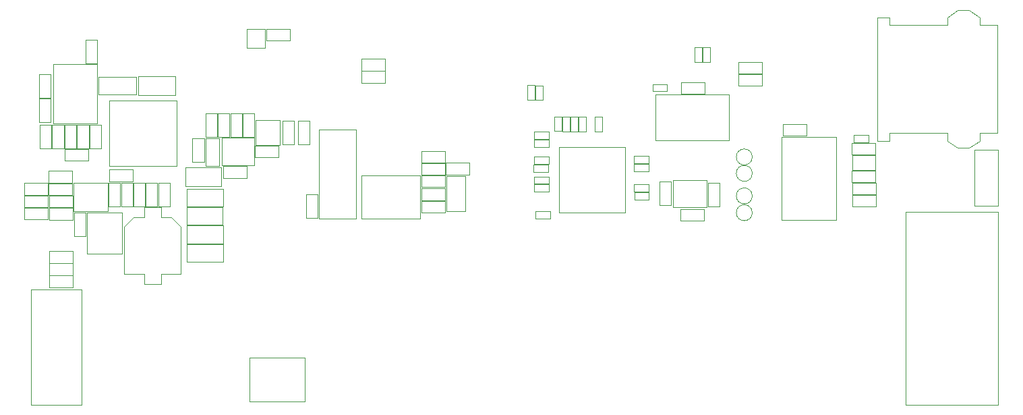
<source format=gbr>
G04 #@! TF.GenerationSoftware,KiCad,Pcbnew,8.0.0-rc1*
G04 #@! TF.CreationDate,2025-03-22T13:15:10+03:00*
G04 #@! TF.ProjectId,Movita_CM4_CT_Router_V1.0,4d6f7669-7461-45f4-934d-345f43545f52,REV1*
G04 #@! TF.SameCoordinates,Original*
G04 #@! TF.FileFunction,Other,User*
%FSLAX46Y46*%
G04 Gerber Fmt 4.6, Leading zero omitted, Abs format (unit mm)*
G04 Created by KiCad (PCBNEW 8.0.0-rc1) date 2025-03-22 13:15:10*
%MOMM*%
%LPD*%
G01*
G04 APERTURE LIST*
%ADD10C,0.050000*%
%ADD11C,0.100000*%
G04 APERTURE END LIST*
D10*
X122093767Y-94124190D02*
X130593767Y-94124190D01*
X130593767Y-102344190D01*
X122093767Y-102344190D01*
X122093767Y-94124190D01*
X131082030Y-115852454D02*
X131082030Y-109902454D01*
X126482030Y-117102454D02*
X126482030Y-115852454D01*
X131082030Y-109902454D02*
X129932030Y-108752454D01*
X128582030Y-115852454D02*
X128582030Y-117102454D01*
X123982030Y-115852454D02*
X123982030Y-109902454D01*
X126482030Y-107502454D02*
X126482030Y-108752454D01*
X123982030Y-109902454D02*
X125132030Y-108752454D01*
X129932030Y-108752454D02*
X128582030Y-108752454D01*
X128582030Y-107502454D02*
X126482030Y-107502454D01*
X131082030Y-115852454D02*
X128582030Y-115852454D01*
X126482030Y-108752454D02*
X125132030Y-108752454D01*
X128582030Y-108752454D02*
X128582030Y-107502454D01*
X126482030Y-115852454D02*
X123982030Y-115852454D01*
X128582030Y-117102454D02*
X126482030Y-117102454D01*
X123712030Y-108142454D02*
X119312030Y-108142454D01*
X119312030Y-113342454D02*
X119312030Y-108142454D01*
X123712030Y-113342454D02*
X123712030Y-108142454D01*
X123712030Y-113342454D02*
X119312030Y-113342454D01*
X117602030Y-104412454D02*
X121902030Y-104412454D01*
X121902030Y-104412454D02*
X121902030Y-108012454D01*
X117602030Y-108012454D02*
X117602030Y-104412454D01*
X121902030Y-108012454D02*
X117602030Y-108012454D01*
X131819530Y-105152454D02*
X136379530Y-105152454D01*
X136379530Y-107392454D02*
X131819530Y-107392454D01*
X136379530Y-105152454D02*
X136379530Y-107392454D01*
X131819530Y-107392454D02*
X131819530Y-105152454D01*
X131819530Y-112122454D02*
X136379530Y-112122454D01*
X136379530Y-114362454D02*
X131819530Y-114362454D01*
X136379530Y-112122454D02*
X136379530Y-114362454D01*
X131819530Y-114362454D02*
X131819530Y-112122454D01*
X131819530Y-109802454D02*
X136379530Y-109802454D01*
X136379530Y-112042454D02*
X131819530Y-112042454D01*
X136379530Y-109802454D02*
X136379530Y-112042454D01*
X131819530Y-112042454D02*
X131819530Y-109802454D01*
X131809530Y-107462454D02*
X136369530Y-107462454D01*
X136369530Y-109702454D02*
X131809530Y-109702454D01*
X136369530Y-107462454D02*
X136369530Y-109702454D01*
X131809530Y-109702454D02*
X131809530Y-107462454D01*
X114522030Y-102932454D02*
X117482030Y-102932454D01*
X114522030Y-104392454D02*
X114522030Y-102932454D01*
X117482030Y-102932454D02*
X117482030Y-104392454D01*
X117482030Y-104392454D02*
X114522030Y-104392454D01*
X117482030Y-105962454D02*
X114522030Y-105962454D01*
X117482030Y-104502454D02*
X117482030Y-105962454D01*
X114522030Y-105962454D02*
X114522030Y-104502454D01*
X114522030Y-104502454D02*
X117482030Y-104502454D01*
X129727030Y-104412454D02*
X129727030Y-107372454D01*
X128267030Y-104412454D02*
X129727030Y-104412454D01*
X129727030Y-107372454D02*
X128267030Y-107372454D01*
X128267030Y-107372454D02*
X128267030Y-104412454D01*
X122022030Y-107367454D02*
X122022030Y-104407454D01*
X123482030Y-107367454D02*
X122022030Y-107367454D01*
X122022030Y-104407454D02*
X123482030Y-104407454D01*
X123482030Y-104407454D02*
X123482030Y-107367454D01*
X125052030Y-104232454D02*
X122092030Y-104232454D01*
X125052030Y-102772454D02*
X125052030Y-104232454D01*
X122092030Y-104232454D02*
X122092030Y-102772454D01*
X122092030Y-102772454D02*
X125052030Y-102772454D01*
X111472030Y-107582454D02*
X114432030Y-107582454D01*
X114432030Y-109042454D02*
X111472030Y-109042454D01*
X114432030Y-107582454D02*
X114432030Y-109042454D01*
X111472030Y-109042454D02*
X111472030Y-107582454D01*
X117502030Y-107602454D02*
X117502030Y-109062454D01*
X114542030Y-109062454D02*
X114542030Y-107602454D01*
X114542030Y-107602454D02*
X117502030Y-107602454D01*
X117502030Y-109062454D02*
X114542030Y-109062454D01*
X111472030Y-107492454D02*
X111472030Y-106032454D01*
X114432030Y-106032454D02*
X114432030Y-107492454D01*
X114432030Y-107492454D02*
X111472030Y-107492454D01*
X111472030Y-106032454D02*
X114432030Y-106032454D01*
X111472030Y-105912454D02*
X111472030Y-104452454D01*
X114432030Y-104452454D02*
X114432030Y-105912454D01*
X114432030Y-105912454D02*
X111472030Y-105912454D01*
X111472030Y-104452454D02*
X114432030Y-104452454D01*
X117502030Y-106032454D02*
X117502030Y-107492454D01*
X114542030Y-107492454D02*
X114542030Y-106032454D01*
X114542030Y-106032454D02*
X117502030Y-106032454D01*
X117502030Y-107492454D02*
X114542030Y-107492454D01*
X117722030Y-108122454D02*
X119182030Y-108122454D01*
X119182030Y-111082454D02*
X117722030Y-111082454D01*
X117722030Y-111082454D02*
X117722030Y-108122454D01*
X119182030Y-108122454D02*
X119182030Y-111082454D01*
X125052030Y-104407454D02*
X125052030Y-107367454D01*
X123592030Y-107367454D02*
X123592030Y-104407454D01*
X125052030Y-107367454D02*
X123592030Y-107367454D01*
X123592030Y-104407454D02*
X125052030Y-104407454D01*
X128142030Y-104417454D02*
X128142030Y-107377454D01*
X126682030Y-107377454D02*
X126682030Y-104417454D01*
X128142030Y-107377454D02*
X126682030Y-107377454D01*
X126682030Y-104417454D02*
X128142030Y-104417454D01*
X126592030Y-104417454D02*
X126592030Y-107377454D01*
X125132030Y-107377454D02*
X125132030Y-104417454D01*
X126592030Y-107377454D02*
X125132030Y-107377454D01*
X125132030Y-104417454D02*
X126592030Y-104417454D01*
X197293767Y-104414190D02*
X198753767Y-104414190D01*
X197293767Y-107374190D02*
X197293767Y-104414190D01*
X198753767Y-104414190D02*
X198753767Y-107374190D01*
X198753767Y-107374190D02*
X197293767Y-107374190D01*
X136413767Y-102346690D02*
X139373767Y-102346690D01*
X136413767Y-103806690D02*
X136413767Y-102346690D01*
X139373767Y-102346690D02*
X139373767Y-103806690D01*
X139373767Y-103806690D02*
X136413767Y-103806690D01*
X181013767Y-96144190D02*
X181933767Y-96144190D01*
X181013767Y-97964190D02*
X181013767Y-96144190D01*
X181933767Y-96144190D02*
X181933767Y-97964190D01*
X181933767Y-97964190D02*
X181013767Y-97964190D01*
X175471267Y-104616690D02*
X177291267Y-104616690D01*
X175471267Y-105536690D02*
X175471267Y-104616690D01*
X177291267Y-104616690D02*
X177291267Y-105536690D01*
X177291267Y-105536690D02*
X175471267Y-105536690D01*
X114948767Y-97156190D02*
X116408767Y-97156190D01*
X114948767Y-100116190D02*
X114948767Y-97156190D01*
X116408767Y-97156190D02*
X116408767Y-100116190D01*
X116408767Y-100116190D02*
X114948767Y-100116190D01*
X201128767Y-89264190D02*
X204088767Y-89264190D01*
X201128767Y-90724190D02*
X201128767Y-89264190D01*
X204088767Y-89264190D02*
X204088767Y-90724190D01*
X204088767Y-90724190D02*
X201128767Y-90724190D01*
X114583767Y-114544190D02*
X117543767Y-114544190D01*
X114583767Y-116004190D02*
X114583767Y-114544190D01*
X117543767Y-114544190D02*
X117543767Y-116004190D01*
X117543767Y-116004190D02*
X114583767Y-116004190D01*
X183083767Y-96144190D02*
X184003767Y-96144190D01*
X183083767Y-97964190D02*
X183083767Y-96144190D01*
X184003767Y-96144190D02*
X184003767Y-97964190D01*
X184003767Y-97964190D02*
X183083767Y-97964190D01*
X174562030Y-92162454D02*
X175502030Y-92162454D01*
X174562030Y-94022454D02*
X174562030Y-92162454D01*
X175502030Y-92162454D02*
X175502030Y-94022454D01*
X175502030Y-94022454D02*
X174562030Y-94022454D01*
X161278767Y-103514190D02*
X164238767Y-103514190D01*
X161278767Y-104974190D02*
X161278767Y-103514190D01*
X164238767Y-103514190D02*
X164238767Y-104974190D01*
X164238767Y-104974190D02*
X161278767Y-104974190D01*
X114583767Y-116054190D02*
X117543767Y-116054190D01*
X114583767Y-117514190D02*
X114583767Y-116054190D01*
X117543767Y-116054190D02*
X117543767Y-117514190D01*
X117543767Y-117514190D02*
X114583767Y-117514190D01*
X114583767Y-113004190D02*
X117543767Y-113004190D01*
X114583767Y-114464190D02*
X114583767Y-113004190D01*
X117543767Y-113004190D02*
X117543767Y-114464190D01*
X117543767Y-114464190D02*
X114583767Y-114464190D01*
X116518767Y-97146190D02*
X117978767Y-97146190D01*
X116518767Y-100106190D02*
X116518767Y-97146190D01*
X117978767Y-97146190D02*
X117978767Y-100106190D01*
X117978767Y-100106190D02*
X116518767Y-100106190D01*
X125782030Y-91082454D02*
X130382030Y-91082454D01*
X125782030Y-93382454D02*
X125782030Y-91082454D01*
X130382030Y-91082454D02*
X130382030Y-93382454D01*
X130382030Y-93382454D02*
X125782030Y-93382454D01*
X191203767Y-104274190D02*
X192663767Y-104274190D01*
X191203767Y-107234190D02*
X191203767Y-104274190D01*
X192663767Y-104274190D02*
X192663767Y-107234190D01*
X192663767Y-107234190D02*
X191203767Y-107234190D01*
X140433767Y-99764190D02*
X143393767Y-99764190D01*
X140433767Y-101224190D02*
X140433767Y-99764190D01*
X143393767Y-99764190D02*
X143393767Y-101224190D01*
X143393767Y-101224190D02*
X140433767Y-101224190D01*
X218573767Y-83654190D02*
X218573767Y-99154190D01*
X218573767Y-99154190D02*
X220073767Y-99154190D01*
X220073767Y-83654190D02*
X218573767Y-83654190D01*
X220073767Y-84654190D02*
X220073767Y-83654190D01*
X220073767Y-98154190D02*
X227323767Y-98154190D01*
X220073767Y-99154190D02*
X220073767Y-98154190D01*
X227323767Y-83654190D02*
X227323767Y-84654190D01*
X227323767Y-83654190D02*
X228623767Y-82754190D01*
X227323767Y-84654190D02*
X220073767Y-84654190D01*
X227323767Y-99154190D02*
X227323767Y-98154190D01*
X227323767Y-99154190D02*
X228623767Y-100054190D01*
X228623767Y-82754190D02*
X230073767Y-82754190D01*
X230073767Y-100054190D02*
X228623767Y-100054190D01*
X231373767Y-83654190D02*
X230073767Y-82754190D01*
X231373767Y-83654190D02*
X231373767Y-84654190D01*
X231373767Y-99154190D02*
X230073767Y-100054190D01*
X231373767Y-99154190D02*
X231373767Y-98154190D01*
X233573767Y-84654190D02*
X231373767Y-84654190D01*
X233573767Y-98154190D02*
X231373767Y-98154190D01*
X233573767Y-98154190D02*
X233573767Y-84654190D01*
X202833767Y-108174190D02*
G75*
G02*
X200833767Y-108174190I-1000000J0D01*
G01*
X200833767Y-108174190D02*
G75*
G02*
X202833767Y-108174190I1000000J0D01*
G01*
X161278767Y-100414190D02*
X164238767Y-100414190D01*
X161278767Y-101874190D02*
X161278767Y-100414190D01*
X164238767Y-100414190D02*
X164238767Y-101874190D01*
X164238767Y-101874190D02*
X161278767Y-101874190D01*
X187993767Y-101024190D02*
X189813767Y-101024190D01*
X187993767Y-101944190D02*
X187993767Y-101024190D01*
X189813767Y-101024190D02*
X189813767Y-101944190D01*
X189813767Y-101944190D02*
X187993767Y-101944190D01*
X119502030Y-100202454D02*
X119502030Y-101662454D01*
X116542030Y-100202454D02*
X119502030Y-100202454D01*
X119502030Y-101662454D02*
X116542030Y-101662454D01*
X116542030Y-101662454D02*
X116542030Y-100202454D01*
X148453767Y-97764190D02*
X148453767Y-108874190D01*
X148453767Y-108874190D02*
X153053767Y-108874190D01*
X153053767Y-97764190D02*
X148453767Y-97764190D01*
X153053767Y-108874190D02*
X153053767Y-97764190D01*
X118078767Y-97136190D02*
X119538767Y-97136190D01*
X118078767Y-100096190D02*
X118078767Y-97136190D01*
X119538767Y-97136190D02*
X119538767Y-100096190D01*
X119538767Y-100096190D02*
X118078767Y-100096190D01*
X119152030Y-86452454D02*
X120612030Y-86452454D01*
X119152030Y-89412454D02*
X119152030Y-86452454D01*
X120612030Y-86452454D02*
X120612030Y-89412454D01*
X120612030Y-89412454D02*
X119152030Y-89412454D01*
X180003767Y-96134190D02*
X180923767Y-96134190D01*
X180003767Y-97954190D02*
X180003767Y-96134190D01*
X180923767Y-96134190D02*
X180923767Y-97954190D01*
X180923767Y-97954190D02*
X180003767Y-97954190D01*
X175409530Y-101094954D02*
X177269530Y-101094954D01*
X175409530Y-102034954D02*
X175409530Y-101094954D01*
X177269530Y-101094954D02*
X177269530Y-102034954D01*
X177269530Y-102034954D02*
X175409530Y-102034954D01*
X153793767Y-90404190D02*
X156753767Y-90404190D01*
X153793767Y-91864190D02*
X153793767Y-90404190D01*
X156753767Y-90404190D02*
X156753767Y-91864190D01*
X156753767Y-91864190D02*
X153793767Y-91864190D01*
X164403767Y-103574190D02*
X166803767Y-103574190D01*
X166803767Y-108024190D01*
X164403767Y-108024190D01*
X164403767Y-103574190D01*
X201128767Y-90804190D02*
X204088767Y-90804190D01*
X201128767Y-92264190D02*
X201128767Y-90804190D01*
X204088767Y-90804190D02*
X204088767Y-92264190D01*
X204088767Y-92264190D02*
X201128767Y-92264190D01*
X138873767Y-95716690D02*
X140333767Y-95716690D01*
X138873767Y-98676690D02*
X138873767Y-95716690D01*
X140333767Y-95716690D02*
X140333767Y-98676690D01*
X140333767Y-98676690D02*
X138873767Y-98676690D01*
X202833767Y-103234190D02*
G75*
G02*
X200833767Y-103234190I-1000000J0D01*
G01*
X200833767Y-103234190D02*
G75*
G02*
X202833767Y-103234190I1000000J0D01*
G01*
X112242030Y-117797454D02*
X112242030Y-132247454D01*
X112242030Y-132247454D02*
X118642030Y-132247454D01*
X118642030Y-117797454D02*
X112242030Y-117797454D01*
X118642030Y-132247454D02*
X118642030Y-117797454D01*
X187983767Y-102034190D02*
X189803767Y-102034190D01*
X187983767Y-102954190D02*
X187983767Y-102034190D01*
X189803767Y-102034190D02*
X189803767Y-102954190D01*
X189803767Y-102954190D02*
X187983767Y-102954190D01*
X190313767Y-92034190D02*
X192133767Y-92034190D01*
X190313767Y-92954190D02*
X190313767Y-92034190D01*
X192133767Y-92034190D02*
X192133767Y-92954190D01*
X192133767Y-92954190D02*
X190313767Y-92954190D01*
X175481267Y-103626690D02*
X177301267Y-103626690D01*
X175481267Y-104546690D02*
X175481267Y-103626690D01*
X177301267Y-103626690D02*
X177301267Y-104546690D01*
X177301267Y-104546690D02*
X175481267Y-104546690D01*
X161318767Y-106704190D02*
X164278767Y-106704190D01*
X161318767Y-108164190D02*
X161318767Y-106704190D01*
X164278767Y-106704190D02*
X164278767Y-108164190D01*
X164278767Y-108164190D02*
X161318767Y-108164190D01*
X113348767Y-97156190D02*
X114808767Y-97156190D01*
X113348767Y-100116190D02*
X113348767Y-97156190D01*
X114808767Y-97156190D02*
X114808767Y-100116190D01*
X114808767Y-100116190D02*
X113348767Y-100116190D01*
X113312030Y-90772454D02*
X114772030Y-90772454D01*
X113312030Y-93732454D02*
X113312030Y-90772454D01*
X114772030Y-90772454D02*
X114772030Y-93732454D01*
X114772030Y-93732454D02*
X113312030Y-93732454D01*
X140503767Y-96549190D02*
X143503767Y-96549190D01*
X140503767Y-99699190D02*
X140503767Y-96549190D01*
X140503767Y-99699190D02*
X143503767Y-99699190D01*
X143503767Y-99699190D02*
X143503767Y-96549190D01*
X188032030Y-105622454D02*
X189852030Y-105622454D01*
X188032030Y-106542454D02*
X188032030Y-105622454D01*
X189852030Y-105622454D02*
X189852030Y-106542454D01*
X189852030Y-106542454D02*
X188032030Y-106542454D01*
D11*
X222058767Y-108089190D02*
X233712767Y-108089190D01*
X222058767Y-132264190D02*
X222058767Y-108089190D01*
X233712767Y-108089190D02*
X233712767Y-132264190D01*
X233712767Y-132264190D02*
X222058767Y-132264190D01*
D10*
X215368767Y-104424190D02*
X218328767Y-104424190D01*
X215368767Y-105884190D02*
X215368767Y-104424190D01*
X218328767Y-104424190D02*
X218328767Y-105884190D01*
X218328767Y-105884190D02*
X215368767Y-105884190D01*
X202833767Y-101174190D02*
G75*
G02*
X200833767Y-101174190I-1000000J0D01*
G01*
X200833767Y-101174190D02*
G75*
G02*
X202833767Y-101174190I1000000J0D01*
G01*
X141793767Y-85124190D02*
X144753767Y-85124190D01*
X141793767Y-86584190D02*
X141793767Y-85124190D01*
X144753767Y-85124190D02*
X144753767Y-86584190D01*
X144753767Y-86584190D02*
X141793767Y-86584190D01*
X136223767Y-98786690D02*
X136223767Y-102186690D01*
X136223767Y-102186690D02*
X140323767Y-102186690D01*
X140323767Y-98786690D02*
X136223767Y-98786690D01*
X140323767Y-102186690D02*
X140323767Y-98786690D01*
X134203767Y-95726690D02*
X135663767Y-95726690D01*
X134203767Y-98686690D02*
X134203767Y-95726690D01*
X135663767Y-95726690D02*
X135663767Y-98686690D01*
X135663767Y-98686690D02*
X134203767Y-98686690D01*
X175623767Y-107984190D02*
X177483767Y-107984190D01*
X175623767Y-108924190D02*
X175623767Y-107984190D01*
X177483767Y-107984190D02*
X177483767Y-108924190D01*
X177483767Y-108924190D02*
X175623767Y-108924190D01*
X193938767Y-91789190D02*
X196898767Y-91789190D01*
X193938767Y-93249190D02*
X193938767Y-91789190D01*
X196898767Y-91789190D02*
X196898767Y-93249190D01*
X196898767Y-93249190D02*
X193938767Y-93249190D01*
X145773767Y-96614190D02*
X147233767Y-96614190D01*
X145773767Y-99574190D02*
X145773767Y-96614190D01*
X147233767Y-96614190D02*
X147233767Y-99574190D01*
X147233767Y-99574190D02*
X145773767Y-99574190D01*
X178593767Y-99956690D02*
X178593767Y-108196690D01*
X178593767Y-108196690D02*
X186833767Y-108196690D01*
X186833767Y-99956690D02*
X178593767Y-99956690D01*
X186833767Y-108196690D02*
X186833767Y-99956690D01*
X139742030Y-126362454D02*
X139742030Y-131862454D01*
X139742030Y-131862454D02*
X146642030Y-131862454D01*
X146642030Y-126362454D02*
X139742030Y-126362454D01*
X146642030Y-131862454D02*
X146642030Y-126362454D01*
X137323767Y-95726690D02*
X138783767Y-95726690D01*
X137323767Y-98686690D02*
X137323767Y-95726690D01*
X138783767Y-95726690D02*
X138783767Y-98686690D01*
X138783767Y-98686690D02*
X137323767Y-98686690D01*
X161278767Y-101944190D02*
X164238767Y-101944190D01*
X161278767Y-103404190D02*
X161278767Y-101944190D01*
X164238767Y-101944190D02*
X164238767Y-103404190D01*
X164238767Y-103404190D02*
X161278767Y-103404190D01*
X215368767Y-105974190D02*
X218328767Y-105974190D01*
X215368767Y-107434190D02*
X215368767Y-105974190D01*
X218328767Y-105974190D02*
X218328767Y-107434190D01*
X218328767Y-107434190D02*
X215368767Y-107434190D01*
X143883767Y-96604190D02*
X145343767Y-96604190D01*
X143883767Y-99564190D02*
X143883767Y-96604190D01*
X145343767Y-96604190D02*
X145343767Y-99564190D01*
X145343767Y-99564190D02*
X143883767Y-99564190D01*
X192923767Y-104114190D02*
X192923767Y-107514190D01*
X192923767Y-107514190D02*
X197123767Y-107514190D01*
X197123767Y-104114190D02*
X192923767Y-104114190D01*
X197123767Y-107514190D02*
X197123767Y-104114190D01*
X119628767Y-97136190D02*
X121088767Y-97136190D01*
X119628767Y-100096190D02*
X119628767Y-97136190D01*
X121088767Y-97136190D02*
X121088767Y-100096190D01*
X121088767Y-100096190D02*
X119628767Y-100096190D01*
X215358767Y-102884190D02*
X218318767Y-102884190D01*
X215358767Y-104344190D02*
X215358767Y-102884190D01*
X218318767Y-102884190D02*
X218318767Y-104344190D01*
X218318767Y-104344190D02*
X215358767Y-104344190D01*
X175402030Y-102132454D02*
X177262030Y-102132454D01*
X175402030Y-103072454D02*
X175402030Y-102132454D01*
X177262030Y-102132454D02*
X177262030Y-103072454D01*
X177262030Y-103072454D02*
X175402030Y-103072454D01*
X113298767Y-93881190D02*
X114758767Y-93881190D01*
X113298767Y-96841190D02*
X113298767Y-93881190D01*
X114758767Y-93881190D02*
X114758767Y-96841190D01*
X114758767Y-96841190D02*
X113298767Y-96841190D01*
X193803767Y-107734190D02*
X196763767Y-107734190D01*
X193803767Y-109194190D02*
X193803767Y-107734190D01*
X196763767Y-107734190D02*
X196763767Y-109194190D01*
X196763767Y-109194190D02*
X193803767Y-109194190D01*
X153793767Y-88874190D02*
X156753767Y-88874190D01*
X153793767Y-90334190D02*
X153793767Y-88874190D01*
X156753767Y-88874190D02*
X156753767Y-90334190D01*
X156753767Y-90334190D02*
X153793767Y-90334190D01*
X161298767Y-105134190D02*
X164258767Y-105134190D01*
X161298767Y-106594190D02*
X161298767Y-105134190D01*
X164258767Y-105134190D02*
X164258767Y-106594190D01*
X164258767Y-106594190D02*
X161298767Y-106594190D01*
X206483767Y-98681690D02*
X206483767Y-109081690D01*
X213383767Y-98681690D02*
X206483767Y-98681690D01*
X213383767Y-98681690D02*
X213383767Y-109081690D01*
X213383767Y-109081690D02*
X206483767Y-109081690D01*
X206683767Y-97084190D02*
X209643767Y-97084190D01*
X206683767Y-98544190D02*
X206683767Y-97084190D01*
X209643767Y-97084190D02*
X209643767Y-98544190D01*
X209643767Y-98544190D02*
X206683767Y-98544190D01*
X139383767Y-85134190D02*
X141683767Y-85134190D01*
X139383767Y-87534190D02*
X139383767Y-85134190D01*
X141683767Y-85134190D02*
X141683767Y-87534190D01*
X141683767Y-87534190D02*
X139383767Y-87534190D01*
X175592030Y-92212454D02*
X176512030Y-92212454D01*
X175592030Y-94032454D02*
X175592030Y-92212454D01*
X176512030Y-92212454D02*
X176512030Y-94032454D01*
X176512030Y-94032454D02*
X175592030Y-94032454D01*
X230722030Y-100282454D02*
X233722030Y-100282454D01*
X230722030Y-107282454D02*
X230722030Y-100282454D01*
X233722030Y-100282454D02*
X233722030Y-107282454D01*
X233722030Y-107282454D02*
X230722030Y-107282454D01*
X131668767Y-104844190D02*
X136118767Y-104844190D01*
X136118767Y-102444190D01*
X131668767Y-102444190D01*
X131668767Y-104844190D01*
X175473767Y-99024190D02*
X177333767Y-99024190D01*
X175473767Y-99964190D02*
X175473767Y-99024190D01*
X177333767Y-99024190D02*
X177333767Y-99964190D01*
X177333767Y-99964190D02*
X175473767Y-99964190D01*
X115093767Y-89529190D02*
X120593767Y-89529190D01*
X115093767Y-96979190D02*
X115093767Y-89529190D01*
X120593767Y-89529190D02*
X120593767Y-96979190D01*
X120593767Y-96979190D02*
X115093767Y-96979190D01*
X195602030Y-87412454D02*
X196522030Y-87412454D01*
X195602030Y-89232454D02*
X195602030Y-87412454D01*
X196522030Y-87412454D02*
X196522030Y-89232454D01*
X196522030Y-89232454D02*
X195602030Y-89232454D01*
X134173767Y-98816690D02*
X135873767Y-98816690D01*
X134173767Y-102316690D02*
X134173767Y-98816690D01*
X135873767Y-98816690D02*
X135873767Y-102316690D01*
X135873767Y-102316690D02*
X134173767Y-102316690D01*
X132553767Y-98824190D02*
X134013767Y-98824190D01*
X132553767Y-101784190D02*
X132553767Y-98824190D01*
X134013767Y-98824190D02*
X134013767Y-101784190D01*
X134013767Y-101784190D02*
X132553767Y-101784190D01*
X196602030Y-87412454D02*
X197522030Y-87412454D01*
X196602030Y-89232454D02*
X196602030Y-87412454D01*
X197522030Y-87412454D02*
X197522030Y-89232454D01*
X197522030Y-89232454D02*
X196602030Y-89232454D01*
X202833767Y-106064190D02*
G75*
G02*
X200833767Y-106064190I-1000000J0D01*
G01*
X200833767Y-106064190D02*
G75*
G02*
X202833767Y-106064190I1000000J0D01*
G01*
X215378767Y-102804190D02*
X218298767Y-102804190D01*
X218298767Y-100954190D01*
X215378767Y-100954190D01*
X215378767Y-102804190D01*
X135743767Y-95736690D02*
X137203767Y-95736690D01*
X135743767Y-98696690D02*
X135743767Y-95736690D01*
X137203767Y-95736690D02*
X137203767Y-98696690D01*
X137203767Y-98696690D02*
X135743767Y-98696690D01*
X178013767Y-96124190D02*
X178933767Y-96124190D01*
X178013767Y-97944190D02*
X178013767Y-96124190D01*
X178933767Y-96124190D02*
X178933767Y-97944190D01*
X178933767Y-97944190D02*
X178013767Y-97944190D01*
X215363767Y-99414190D02*
X218323767Y-99414190D01*
X215363767Y-100874190D02*
X215363767Y-99414190D01*
X218323767Y-99414190D02*
X218323767Y-100874190D01*
X218323767Y-100874190D02*
X215363767Y-100874190D01*
X153743767Y-103474190D02*
X153743767Y-108874190D01*
X153743767Y-108874190D02*
X161143767Y-108874190D01*
X161143767Y-103474190D02*
X153743767Y-103474190D01*
X161143767Y-108874190D02*
X161143767Y-103474190D01*
X188013767Y-104614190D02*
X189833767Y-104614190D01*
X188013767Y-105534190D02*
X188013767Y-104614190D01*
X189833767Y-104614190D02*
X189833767Y-105534190D01*
X189833767Y-105534190D02*
X188013767Y-105534190D01*
X120712030Y-91132454D02*
X125472030Y-91132454D01*
X120712030Y-93332454D02*
X120712030Y-91132454D01*
X125472030Y-91132454D02*
X125472030Y-93332454D01*
X125472030Y-93332454D02*
X120712030Y-93332454D01*
X190643767Y-93369190D02*
X190643767Y-99089190D01*
X190643767Y-99089190D02*
X199943767Y-99089190D01*
X199943767Y-93369190D02*
X190643767Y-93369190D01*
X199943767Y-99089190D02*
X199943767Y-93369190D01*
X164338767Y-101924190D02*
X167298767Y-101924190D01*
X164338767Y-103384190D02*
X164338767Y-101924190D01*
X167298767Y-101924190D02*
X167298767Y-103384190D01*
X167298767Y-103384190D02*
X164338767Y-103384190D01*
X146793767Y-105854190D02*
X148253767Y-105854190D01*
X146793767Y-108814190D02*
X146793767Y-105854190D01*
X148253767Y-105854190D02*
X148253767Y-108814190D01*
X148253767Y-108814190D02*
X146793767Y-108814190D01*
X179003767Y-96144190D02*
X179923767Y-96144190D01*
X179003767Y-97964190D02*
X179003767Y-96144190D01*
X179923767Y-96144190D02*
X179923767Y-97964190D01*
X179923767Y-97964190D02*
X179003767Y-97964190D01*
X175471267Y-98006690D02*
X177331267Y-98006690D01*
X175471267Y-98946690D02*
X175471267Y-98006690D01*
X177331267Y-98006690D02*
X177331267Y-98946690D01*
X177331267Y-98946690D02*
X175471267Y-98946690D01*
X215583767Y-98444190D02*
X217403767Y-98444190D01*
X215583767Y-99364190D02*
X215583767Y-98444190D01*
X217403767Y-98444190D02*
X217403767Y-99364190D01*
X217403767Y-99364190D02*
X215583767Y-99364190D01*
M02*

</source>
